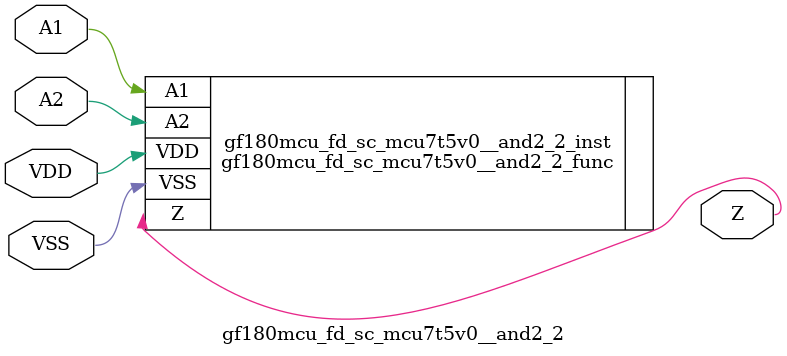
<source format=v>

module gf180mcu_fd_sc_mcu7t5v0__and2_2( A1, A2, Z, VDD, VSS );
input A1, A2;
inout VDD, VSS;
output Z;

   `ifdef FUNCTIONAL  //  functional //

	gf180mcu_fd_sc_mcu7t5v0__and2_2_func gf180mcu_fd_sc_mcu7t5v0__and2_2_behav_inst(.A1(A1),.A2(A2),.Z(Z),.VDD(VDD),.VSS(VSS));

   `else

	gf180mcu_fd_sc_mcu7t5v0__and2_2_func gf180mcu_fd_sc_mcu7t5v0__and2_2_inst(.A1(A1),.A2(A2),.Z(Z),.VDD(VDD),.VSS(VSS));

	// spec_gates_begin


	// spec_gates_end



   specify

	// specify_block_begin

	// comb arc A1 --> Z
	 (A1 => Z) = (1.0,1.0);

	// comb arc A2 --> Z
	 (A2 => Z) = (1.0,1.0);

	// specify_block_end

   endspecify

   `endif

endmodule

</source>
